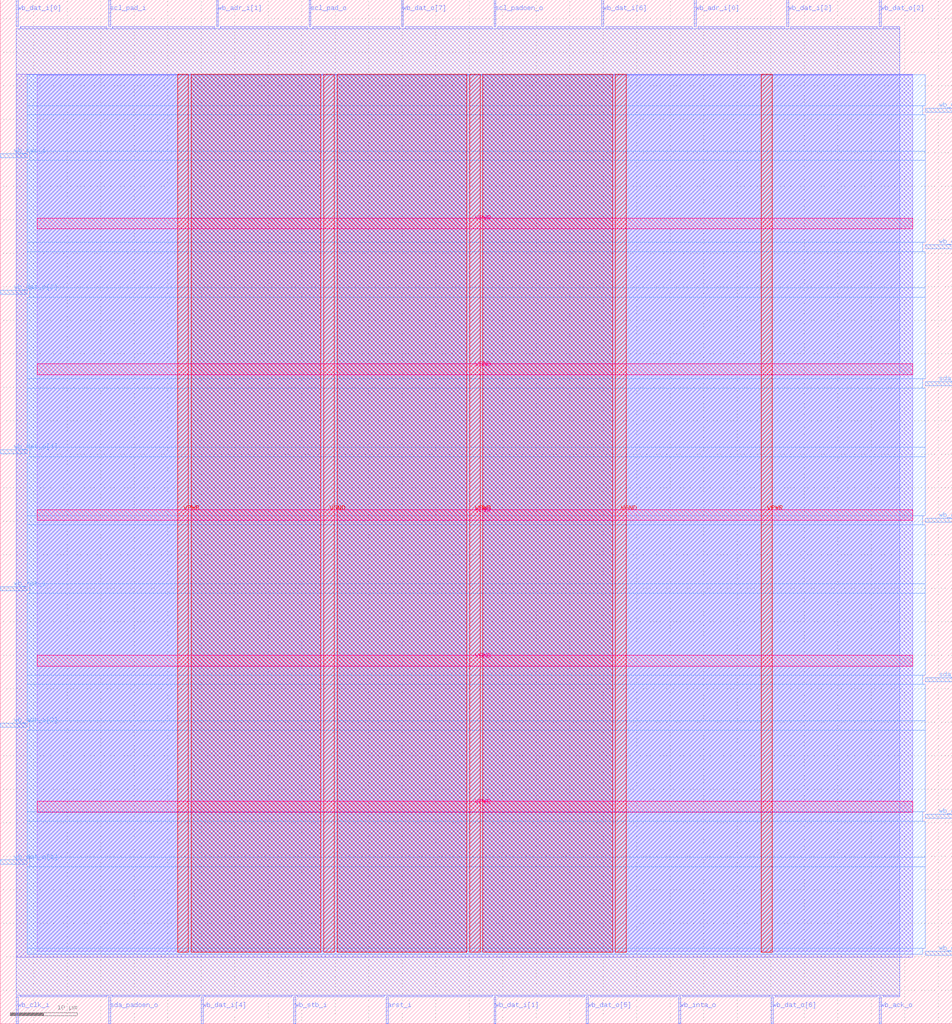
<source format=lef>
VERSION 5.7 ;
  NOWIREEXTENSIONATPIN ON ;
  DIVIDERCHAR "/" ;
  BUSBITCHARS "[]" ;
MACRO i2c_master_top
  CLASS BLOCK ;
  FOREIGN i2c_master_top ;
  ORIGIN 0.000 0.000 ;
  SIZE 142.080 BY 152.800 ;
  PIN arst_i
    DIRECTION INPUT ;
    USE SIGNAL ;
    PORT
      LAYER met2 ;
        RECT 57.590 0.000 57.870 4.000 ;
    END
  END arst_i
  PIN scl_pad_i
    DIRECTION INPUT ;
    USE SIGNAL ;
    PORT
      LAYER met2 ;
        RECT 16.190 148.800 16.470 152.800 ;
    END
  END scl_pad_i
  PIN scl_pad_o
    DIRECTION OUTPUT TRISTATE ;
    USE SIGNAL ;
    PORT
      LAYER met2 ;
        RECT 46.090 148.800 46.370 152.800 ;
    END
  END scl_pad_o
  PIN scl_padoen_o
    DIRECTION OUTPUT TRISTATE ;
    USE SIGNAL ;
    PORT
      LAYER met2 ;
        RECT 73.690 148.800 73.970 152.800 ;
    END
  END scl_padoen_o
  PIN sda_pad_i
    DIRECTION INPUT ;
    USE SIGNAL ;
    PORT
      LAYER met3 ;
        RECT 138.080 51.040 142.080 51.640 ;
    END
  END sda_pad_i
  PIN sda_pad_o
    DIRECTION OUTPUT TRISTATE ;
    USE SIGNAL ;
    PORT
      LAYER met3 ;
        RECT 138.080 95.240 142.080 95.840 ;
    END
  END sda_pad_o
  PIN sda_padoen_o
    DIRECTION OUTPUT TRISTATE ;
    USE SIGNAL ;
    PORT
      LAYER met2 ;
        RECT 16.190 0.000 16.470 4.000 ;
    END
  END sda_padoen_o
  PIN wb_ack_o
    DIRECTION OUTPUT TRISTATE ;
    USE SIGNAL ;
    PORT
      LAYER met2 ;
        RECT 131.190 0.000 131.470 4.000 ;
    END
  END wb_ack_o
  PIN wb_adr_i[0]
    DIRECTION INPUT ;
    USE SIGNAL ;
    PORT
      LAYER met2 ;
        RECT 103.590 148.800 103.870 152.800 ;
    END
  END wb_adr_i[0]
  PIN wb_adr_i[1]
    DIRECTION INPUT ;
    USE SIGNAL ;
    PORT
      LAYER met2 ;
        RECT 32.290 148.800 32.570 152.800 ;
    END
  END wb_adr_i[1]
  PIN wb_adr_i[2]
    DIRECTION INPUT ;
    USE SIGNAL ;
    PORT
      LAYER met3 ;
        RECT 0.000 44.240 4.000 44.840 ;
    END
  END wb_adr_i[2]
  PIN wb_clk_i
    DIRECTION INPUT ;
    USE SIGNAL ;
    PORT
      LAYER met2 ;
        RECT 2.390 0.000 2.670 4.000 ;
    END
  END wb_clk_i
  PIN wb_cyc_i
    DIRECTION INPUT ;
    USE SIGNAL ;
    PORT
      LAYER met3 ;
        RECT 0.000 129.240 4.000 129.840 ;
    END
  END wb_cyc_i
  PIN wb_dat_i[0]
    DIRECTION INPUT ;
    USE SIGNAL ;
    PORT
      LAYER met2 ;
        RECT 2.390 148.800 2.670 152.800 ;
    END
  END wb_dat_i[0]
  PIN wb_dat_i[1]
    DIRECTION INPUT ;
    USE SIGNAL ;
    PORT
      LAYER met2 ;
        RECT 73.690 0.000 73.970 4.000 ;
    END
  END wb_dat_i[1]
  PIN wb_dat_i[2]
    DIRECTION INPUT ;
    USE SIGNAL ;
    PORT
      LAYER met2 ;
        RECT 117.390 148.800 117.670 152.800 ;
    END
  END wb_dat_i[2]
  PIN wb_dat_i[3]
    DIRECTION INPUT ;
    USE SIGNAL ;
    PORT
      LAYER met3 ;
        RECT 138.080 115.640 142.080 116.240 ;
    END
  END wb_dat_i[3]
  PIN wb_dat_i[4]
    DIRECTION INPUT ;
    USE SIGNAL ;
    PORT
      LAYER met2 ;
        RECT 29.990 0.000 30.270 4.000 ;
    END
  END wb_dat_i[4]
  PIN wb_dat_i[5]
    DIRECTION INPUT ;
    USE SIGNAL ;
    PORT
      LAYER met3 ;
        RECT 138.080 30.640 142.080 31.240 ;
    END
  END wb_dat_i[5]
  PIN wb_dat_i[6]
    DIRECTION INPUT ;
    USE SIGNAL ;
    PORT
      LAYER met2 ;
        RECT 89.790 148.800 90.070 152.800 ;
    END
  END wb_dat_i[6]
  PIN wb_dat_i[7]
    DIRECTION INPUT ;
    USE SIGNAL ;
    PORT
      LAYER met3 ;
        RECT 138.080 74.840 142.080 75.440 ;
    END
  END wb_dat_i[7]
  PIN wb_dat_o[0]
    DIRECTION OUTPUT TRISTATE ;
    USE SIGNAL ;
    PORT
      LAYER met3 ;
        RECT 138.080 10.240 142.080 10.840 ;
    END
  END wb_dat_o[0]
  PIN wb_dat_o[1]
    DIRECTION OUTPUT TRISTATE ;
    USE SIGNAL ;
    PORT
      LAYER met3 ;
        RECT 0.000 23.840 4.000 24.440 ;
    END
  END wb_dat_o[1]
  PIN wb_dat_o[2]
    DIRECTION OUTPUT TRISTATE ;
    USE SIGNAL ;
    PORT
      LAYER met2 ;
        RECT 131.190 148.800 131.470 152.800 ;
    END
  END wb_dat_o[2]
  PIN wb_dat_o[3]
    DIRECTION OUTPUT TRISTATE ;
    USE SIGNAL ;
    PORT
      LAYER met3 ;
        RECT 0.000 108.840 4.000 109.440 ;
    END
  END wb_dat_o[3]
  PIN wb_dat_o[4]
    DIRECTION OUTPUT TRISTATE ;
    USE SIGNAL ;
    PORT
      LAYER met3 ;
        RECT 0.000 85.040 4.000 85.640 ;
    END
  END wb_dat_o[4]
  PIN wb_dat_o[5]
    DIRECTION OUTPUT TRISTATE ;
    USE SIGNAL ;
    PORT
      LAYER met2 ;
        RECT 87.490 0.000 87.770 4.000 ;
    END
  END wb_dat_o[5]
  PIN wb_dat_o[6]
    DIRECTION OUTPUT TRISTATE ;
    USE SIGNAL ;
    PORT
      LAYER met2 ;
        RECT 115.090 0.000 115.370 4.000 ;
    END
  END wb_dat_o[6]
  PIN wb_dat_o[7]
    DIRECTION OUTPUT TRISTATE ;
    USE SIGNAL ;
    PORT
      LAYER met2 ;
        RECT 59.890 148.800 60.170 152.800 ;
    END
  END wb_dat_o[7]
  PIN wb_inta_o
    DIRECTION OUTPUT TRISTATE ;
    USE SIGNAL ;
    PORT
      LAYER met2 ;
        RECT 101.290 0.000 101.570 4.000 ;
    END
  END wb_inta_o
  PIN wb_rst_i
    DIRECTION INPUT ;
    USE SIGNAL ;
    PORT
      LAYER met3 ;
        RECT 0.000 64.640 4.000 65.240 ;
    END
  END wb_rst_i
  PIN wb_stb_i
    DIRECTION INPUT ;
    USE SIGNAL ;
    PORT
      LAYER met2 ;
        RECT 43.790 0.000 44.070 4.000 ;
    END
  END wb_stb_i
  PIN wb_we_i
    DIRECTION INPUT ;
    USE SIGNAL ;
    PORT
      LAYER met3 ;
        RECT 138.080 136.040 142.080 136.640 ;
    END
  END wb_we_i
  PIN VPWR
    DIRECTION INOUT ;
    USE POWER ;
    PORT
      LAYER met4 ;
        RECT 113.585 10.640 115.185 141.680 ;
    END
  END VPWR
  PIN VPWR
    DIRECTION INOUT ;
    USE POWER ;
    PORT
      LAYER met4 ;
        RECT 70.040 10.640 71.640 141.680 ;
    END
  END VPWR
  PIN VPWR
    DIRECTION INOUT ;
    USE POWER ;
    PORT
      LAYER met4 ;
        RECT 26.495 10.640 28.095 141.680 ;
    END
  END VPWR
  PIN VPWR
    DIRECTION INOUT ;
    USE POWER ;
    PORT
      LAYER met5 ;
        RECT 5.520 118.640 136.160 120.240 ;
    END
  END VPWR
  PIN VPWR
    DIRECTION INOUT ;
    USE POWER ;
    PORT
      LAYER met5 ;
        RECT 5.520 75.120 136.160 76.720 ;
    END
  END VPWR
  PIN VPWR
    DIRECTION INOUT ;
    USE POWER ;
    PORT
      LAYER met5 ;
        RECT 5.520 31.600 136.160 33.200 ;
    END
  END VPWR
  PIN VGND
    DIRECTION INOUT ;
    USE GROUND ;
    PORT
      LAYER met4 ;
        RECT 91.815 10.640 93.415 141.680 ;
    END
  END VGND
  PIN VGND
    DIRECTION INOUT ;
    USE GROUND ;
    PORT
      LAYER met4 ;
        RECT 48.265 10.640 49.865 141.680 ;
    END
  END VGND
  PIN VGND
    DIRECTION INOUT ;
    USE GROUND ;
    PORT
      LAYER met5 ;
        RECT 5.520 96.880 136.160 98.480 ;
    END
  END VGND
  PIN VGND
    DIRECTION INOUT ;
    USE GROUND ;
    PORT
      LAYER met5 ;
        RECT 5.520 53.360 136.160 54.960 ;
    END
  END VGND
  OBS
      LAYER li1 ;
        RECT 5.520 10.795 136.160 141.525 ;
      LAYER met1 ;
        RECT 2.370 9.900 136.160 141.680 ;
      LAYER met2 ;
        RECT 2.950 148.520 15.910 148.800 ;
        RECT 16.750 148.520 32.010 148.800 ;
        RECT 32.850 148.520 45.810 148.800 ;
        RECT 46.650 148.520 59.610 148.800 ;
        RECT 60.450 148.520 73.410 148.800 ;
        RECT 74.250 148.520 89.510 148.800 ;
        RECT 90.350 148.520 103.310 148.800 ;
        RECT 104.150 148.520 117.110 148.800 ;
        RECT 117.950 148.520 130.910 148.800 ;
        RECT 131.750 148.520 134.220 148.800 ;
        RECT 2.400 4.280 134.220 148.520 ;
        RECT 2.950 4.000 15.910 4.280 ;
        RECT 16.750 4.000 29.710 4.280 ;
        RECT 30.550 4.000 43.510 4.280 ;
        RECT 44.350 4.000 57.310 4.280 ;
        RECT 58.150 4.000 73.410 4.280 ;
        RECT 74.250 4.000 87.210 4.280 ;
        RECT 88.050 4.000 101.010 4.280 ;
        RECT 101.850 4.000 114.810 4.280 ;
        RECT 115.650 4.000 130.910 4.280 ;
        RECT 131.750 4.000 134.220 4.280 ;
      LAYER met3 ;
        RECT 4.000 137.040 138.080 141.605 ;
        RECT 4.000 135.640 137.680 137.040 ;
        RECT 4.000 130.240 138.080 135.640 ;
        RECT 4.400 128.840 138.080 130.240 ;
        RECT 4.000 116.640 138.080 128.840 ;
        RECT 4.000 115.240 137.680 116.640 ;
        RECT 4.000 109.840 138.080 115.240 ;
        RECT 4.400 108.440 138.080 109.840 ;
        RECT 4.000 96.240 138.080 108.440 ;
        RECT 4.000 94.840 137.680 96.240 ;
        RECT 4.000 86.040 138.080 94.840 ;
        RECT 4.400 84.640 138.080 86.040 ;
        RECT 4.000 75.840 138.080 84.640 ;
        RECT 4.000 74.440 137.680 75.840 ;
        RECT 4.000 65.640 138.080 74.440 ;
        RECT 4.400 64.240 138.080 65.640 ;
        RECT 4.000 52.040 138.080 64.240 ;
        RECT 4.000 50.640 137.680 52.040 ;
        RECT 4.000 45.240 138.080 50.640 ;
        RECT 4.400 43.840 138.080 45.240 ;
        RECT 4.000 31.640 138.080 43.840 ;
        RECT 4.000 30.240 137.680 31.640 ;
        RECT 4.000 24.840 138.080 30.240 ;
        RECT 4.400 23.440 138.080 24.840 ;
        RECT 4.000 11.240 138.080 23.440 ;
        RECT 4.000 10.375 137.680 11.240 ;
      LAYER met4 ;
        RECT 28.495 10.640 47.865 141.680 ;
        RECT 50.265 10.640 69.640 141.680 ;
        RECT 72.040 10.640 91.415 141.680 ;
  END
END i2c_master_top
END LIBRARY


</source>
